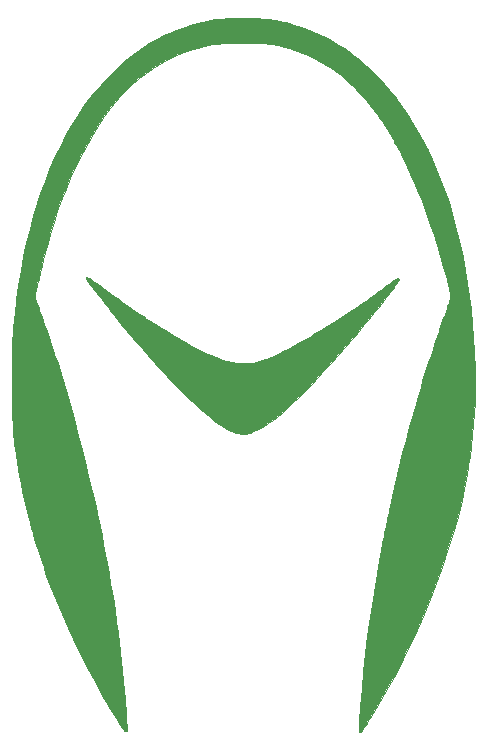
<source format=gbr>
G04 #@! TF.GenerationSoftware,KiCad,Pcbnew,5.1.5-52549c5~86~ubuntu18.04.1*
G04 #@! TF.CreationDate,2020-04-16T18:44:58-06:00*
G04 #@! TF.ProjectId,001,3030312e-6b69-4636-9164-5f7063625858,rev?*
G04 #@! TF.SameCoordinates,Original*
G04 #@! TF.FileFunction,Soldermask,Top*
G04 #@! TF.FilePolarity,Negative*
%FSLAX46Y46*%
G04 Gerber Fmt 4.6, Leading zero omitted, Abs format (unit mm)*
G04 Created by KiCad (PCBNEW 5.1.5-52549c5~86~ubuntu18.04.1) date 2020-04-16 18:44:58*
%MOMM*%
%LPD*%
G04 APERTURE LIST*
%ADD10C,0.010000*%
G04 APERTURE END LIST*
D10*
G36*
X154469208Y-71391632D02*
G01*
X154749909Y-71394398D01*
X155111566Y-71400550D01*
X155437072Y-71409444D01*
X155732553Y-71421611D01*
X156004134Y-71437582D01*
X156257941Y-71457888D01*
X156500098Y-71483059D01*
X156736732Y-71513628D01*
X156973966Y-71550125D01*
X157217927Y-71593080D01*
X157363993Y-71620981D01*
X158046752Y-71770084D01*
X158707517Y-71946437D01*
X159353855Y-72152624D01*
X159993330Y-72391228D01*
X160633510Y-72664833D01*
X161173993Y-72921935D01*
X161836431Y-73270432D01*
X162478170Y-73647889D01*
X163103815Y-74057376D01*
X163717973Y-74501964D01*
X164325248Y-74984723D01*
X164539493Y-75165390D01*
X164754228Y-75354484D01*
X164989034Y-75570775D01*
X165237838Y-75808160D01*
X165494571Y-76060534D01*
X165753164Y-76321796D01*
X166007546Y-76585843D01*
X166251647Y-76846570D01*
X166479398Y-77097875D01*
X166613871Y-77251061D01*
X166704818Y-77355929D01*
X166796443Y-77461182D01*
X166880957Y-77557898D01*
X166950567Y-77637152D01*
X166983523Y-77674394D01*
X167074016Y-77778835D01*
X167172055Y-77897530D01*
X167281779Y-78035690D01*
X167407331Y-78198526D01*
X167547028Y-78383477D01*
X167986742Y-78994549D01*
X168419371Y-79644347D01*
X168843345Y-80329625D01*
X169257089Y-81047136D01*
X169659031Y-81793633D01*
X170047599Y-82565870D01*
X170421219Y-83360601D01*
X170778319Y-84174578D01*
X171117325Y-85004554D01*
X171436666Y-85847284D01*
X171734769Y-86699520D01*
X172010060Y-87558016D01*
X172041532Y-87661452D01*
X172320295Y-88628030D01*
X172577496Y-89614028D01*
X172813429Y-90621282D01*
X173028384Y-91651624D01*
X173222653Y-92706891D01*
X173396529Y-93788915D01*
X173550303Y-94899532D01*
X173684266Y-96040576D01*
X173798711Y-97213880D01*
X173893929Y-98421280D01*
X173970212Y-99664609D01*
X173979642Y-99846477D01*
X174023499Y-100894620D01*
X174046876Y-101910640D01*
X174049556Y-102899586D01*
X174031321Y-103866504D01*
X173991951Y-104816443D01*
X173931229Y-105754450D01*
X173848937Y-106685572D01*
X173744855Y-107614857D01*
X173618767Y-108547354D01*
X173596993Y-108694144D01*
X173384022Y-109984111D01*
X173130965Y-111284540D01*
X172838364Y-112593995D01*
X172506759Y-113911035D01*
X172136691Y-115234224D01*
X171728701Y-116562121D01*
X171283329Y-117893290D01*
X170801116Y-119226291D01*
X170282603Y-120559685D01*
X169728330Y-121892036D01*
X169138839Y-123221903D01*
X168514669Y-124547850D01*
X167856362Y-125868436D01*
X167164458Y-127182224D01*
X166439499Y-128487775D01*
X165682024Y-129783652D01*
X165648426Y-129839644D01*
X165523937Y-130046167D01*
X165396914Y-130255561D01*
X165269323Y-130464676D01*
X165143132Y-130670367D01*
X165020306Y-130869487D01*
X164902815Y-131058888D01*
X164792624Y-131235423D01*
X164691701Y-131395947D01*
X164602013Y-131537310D01*
X164525527Y-131656367D01*
X164464210Y-131749971D01*
X164420029Y-131814974D01*
X164394951Y-131848230D01*
X164390569Y-131851978D01*
X164358043Y-131849089D01*
X164305918Y-131836009D01*
X164299888Y-131834128D01*
X164229617Y-131811755D01*
X164241832Y-131661783D01*
X164246806Y-131592670D01*
X164253272Y-131490961D01*
X164260653Y-131366344D01*
X164268377Y-131228505D01*
X164275800Y-131088477D01*
X164361577Y-129645608D01*
X164471560Y-128186315D01*
X164605994Y-126708629D01*
X164765124Y-125210580D01*
X164949197Y-123690201D01*
X165158457Y-122145522D01*
X165393151Y-120574575D01*
X165653524Y-118975391D01*
X165939821Y-117346002D01*
X166095538Y-116504644D01*
X166136085Y-116290892D01*
X166180897Y-116057724D01*
X166229020Y-115809891D01*
X166279500Y-115552147D01*
X166331384Y-115289245D01*
X166383716Y-115025938D01*
X166435544Y-114766978D01*
X166485912Y-114517118D01*
X166533868Y-114281112D01*
X166578456Y-114063713D01*
X166618723Y-113869672D01*
X166653715Y-113703744D01*
X166682478Y-113570680D01*
X166700985Y-113488394D01*
X166719417Y-113407458D01*
X166744972Y-113293248D01*
X166775859Y-113153872D01*
X166810289Y-112997442D01*
X166846469Y-112832067D01*
X166880957Y-112673477D01*
X167135644Y-111519636D01*
X167392660Y-110398204D01*
X167654486Y-109299255D01*
X167923605Y-108212866D01*
X168202499Y-107129111D01*
X168493649Y-106038067D01*
X168799537Y-104929808D01*
X168955931Y-104376144D01*
X169128065Y-103775206D01*
X169293762Y-103205499D01*
X169455591Y-102658719D01*
X169616119Y-102126562D01*
X169777915Y-101600724D01*
X169943547Y-101072901D01*
X170115583Y-100534788D01*
X170296591Y-99978083D01*
X170489138Y-99394481D01*
X170592386Y-99084477D01*
X170677199Y-98830982D01*
X170755931Y-98596716D01*
X170830380Y-98376512D01*
X170902347Y-98165209D01*
X170973632Y-97957641D01*
X171046033Y-97748644D01*
X171121353Y-97533055D01*
X171201389Y-97305709D01*
X171287943Y-97061442D01*
X171382814Y-96795090D01*
X171487802Y-96501489D01*
X171604706Y-96175475D01*
X171658601Y-96025391D01*
X171731107Y-95821088D01*
X171789446Y-95649785D01*
X171835078Y-95505140D01*
X171869464Y-95380810D01*
X171894064Y-95270451D01*
X171910338Y-95167720D01*
X171919747Y-95066276D01*
X171923750Y-94959774D01*
X171924082Y-94872311D01*
X171923016Y-94791638D01*
X171920409Y-94714700D01*
X171915560Y-94638467D01*
X171907765Y-94559907D01*
X171896325Y-94475989D01*
X171880535Y-94383682D01*
X171859695Y-94279955D01*
X171833103Y-94161777D01*
X171800057Y-94026117D01*
X171759854Y-93869943D01*
X171711794Y-93690224D01*
X171655173Y-93483930D01*
X171589291Y-93248030D01*
X171513445Y-92979491D01*
X171426933Y-92675284D01*
X171365313Y-92459311D01*
X171093094Y-91523322D01*
X170822209Y-90627060D01*
X170551748Y-89767980D01*
X170280804Y-88943536D01*
X170008469Y-88151180D01*
X169733834Y-87388367D01*
X169455991Y-86652550D01*
X169174031Y-85941184D01*
X168887047Y-85251721D01*
X168594130Y-84581616D01*
X168413853Y-84184963D01*
X168312564Y-83968842D01*
X168197644Y-83729703D01*
X168072922Y-83475111D01*
X167942225Y-83212636D01*
X167809385Y-82949843D01*
X167678229Y-82694300D01*
X167552586Y-82453575D01*
X167436286Y-82235233D01*
X167333158Y-82046844D01*
X167320468Y-82024144D01*
X167246761Y-81892250D01*
X167175028Y-81763099D01*
X167109597Y-81644546D01*
X167054798Y-81544442D01*
X167014960Y-81470642D01*
X167005438Y-81452644D01*
X166940380Y-81334542D01*
X166854347Y-81187571D01*
X166750942Y-81017334D01*
X166633766Y-80829431D01*
X166506419Y-80629464D01*
X166372505Y-80423035D01*
X166235622Y-80215744D01*
X166099374Y-80013194D01*
X165967362Y-79820985D01*
X165843186Y-79644719D01*
X165841880Y-79642894D01*
X165357537Y-78994155D01*
X164855334Y-78376164D01*
X164336997Y-77790689D01*
X163804250Y-77239497D01*
X163258817Y-76724356D01*
X162702423Y-76247034D01*
X162136792Y-75809298D01*
X162016857Y-75722468D01*
X161453422Y-75342404D01*
X160873786Y-74997190D01*
X160275445Y-74685716D01*
X159655895Y-74406875D01*
X159012631Y-74159559D01*
X158343148Y-73942660D01*
X157644943Y-73755071D01*
X157482464Y-73716518D01*
X157331191Y-73681963D01*
X157192663Y-73651759D01*
X157062808Y-73625588D01*
X156937555Y-73603130D01*
X156812832Y-73584063D01*
X156684568Y-73568070D01*
X156548692Y-73554828D01*
X156401132Y-73544019D01*
X156237818Y-73535321D01*
X156054677Y-73528416D01*
X155847639Y-73522983D01*
X155612632Y-73518702D01*
X155345585Y-73515253D01*
X155042427Y-73512316D01*
X154866326Y-73510862D01*
X154443001Y-73508195D01*
X154058472Y-73507418D01*
X153709231Y-73508805D01*
X153391770Y-73512628D01*
X153102584Y-73519162D01*
X152838165Y-73528679D01*
X152595005Y-73541455D01*
X152369598Y-73557761D01*
X152158436Y-73577872D01*
X151958013Y-73602062D01*
X151764820Y-73630603D01*
X151575352Y-73663769D01*
X151386100Y-73701834D01*
X151193558Y-73745072D01*
X150994219Y-73793756D01*
X150886993Y-73821241D01*
X150149904Y-74032233D01*
X149437628Y-74275944D01*
X148749051Y-74553085D01*
X148083058Y-74864368D01*
X147438536Y-75210504D01*
X146814370Y-75592204D01*
X146209446Y-76010178D01*
X145622651Y-76465138D01*
X145052869Y-76957795D01*
X144498987Y-77488859D01*
X143959891Y-78059043D01*
X143598153Y-78473051D01*
X143129205Y-79052016D01*
X142668443Y-79671674D01*
X142216427Y-80331076D01*
X141773717Y-81029273D01*
X141340873Y-81765319D01*
X140918455Y-82538263D01*
X140507023Y-83347159D01*
X140107136Y-84191058D01*
X139758781Y-84976894D01*
X139395413Y-85854819D01*
X139046551Y-86763289D01*
X138711683Y-87703887D01*
X138390296Y-88678196D01*
X138081878Y-89687798D01*
X137785917Y-90734277D01*
X137501900Y-91819215D01*
X137364685Y-92374644D01*
X137330311Y-92517874D01*
X137291233Y-92683095D01*
X137248396Y-92866123D01*
X137202745Y-93062777D01*
X137155225Y-93268875D01*
X137106782Y-93480234D01*
X137058360Y-93692672D01*
X137010905Y-93902006D01*
X136965361Y-94104056D01*
X136922674Y-94294637D01*
X136883790Y-94469569D01*
X136849652Y-94624669D01*
X136821206Y-94755755D01*
X136799398Y-94858644D01*
X136785173Y-94929155D01*
X136779475Y-94963104D01*
X136779409Y-94964499D01*
X136786460Y-94992119D01*
X136806724Y-95055682D01*
X136838874Y-95151371D01*
X136881578Y-95275373D01*
X136933508Y-95423872D01*
X136993334Y-95593054D01*
X137059725Y-95779104D01*
X137131353Y-95978207D01*
X137169274Y-96083003D01*
X137393101Y-96704032D01*
X137602903Y-97294158D01*
X137801351Y-97861383D01*
X137991118Y-98413705D01*
X138174874Y-98959126D01*
X138355291Y-99505645D01*
X138535040Y-100061261D01*
X138716793Y-100633976D01*
X138903221Y-101231788D01*
X139072731Y-101783227D01*
X139413771Y-102918514D01*
X139747383Y-104068163D01*
X140074400Y-105235403D01*
X140395654Y-106423462D01*
X140711979Y-107635568D01*
X141024207Y-108874952D01*
X141333171Y-110144841D01*
X141639704Y-111448464D01*
X141944639Y-112789050D01*
X142146391Y-113700061D01*
X142299898Y-114416439D01*
X142454269Y-115167719D01*
X142608343Y-115947216D01*
X142760963Y-116748245D01*
X142910968Y-117564122D01*
X143057199Y-118388161D01*
X143198497Y-119213678D01*
X143333702Y-120033987D01*
X143461656Y-120842404D01*
X143581199Y-121632243D01*
X143691173Y-122396820D01*
X143790416Y-123129450D01*
X143816501Y-123330894D01*
X143860225Y-123679111D01*
X143904403Y-124044096D01*
X143948827Y-124423504D01*
X143993291Y-124814990D01*
X144037586Y-125216210D01*
X144081506Y-125624820D01*
X144124842Y-126038474D01*
X144167388Y-126454830D01*
X144208936Y-126871541D01*
X144249279Y-127286264D01*
X144288208Y-127696654D01*
X144325518Y-128100366D01*
X144361000Y-128495057D01*
X144394447Y-128878381D01*
X144425651Y-129247994D01*
X144454406Y-129601552D01*
X144480503Y-129936711D01*
X144503735Y-130251124D01*
X144523896Y-130542449D01*
X144540776Y-130808341D01*
X144554170Y-131046455D01*
X144563870Y-131254447D01*
X144569667Y-131429972D01*
X144571355Y-131570685D01*
X144568727Y-131674243D01*
X144561574Y-131738301D01*
X144560659Y-131742221D01*
X144546050Y-131780217D01*
X144518729Y-131794473D01*
X144467707Y-131793504D01*
X144428665Y-131787328D01*
X144395735Y-131771680D01*
X144361104Y-131739726D01*
X144316958Y-131684631D01*
X144271146Y-131621550D01*
X144181834Y-131492512D01*
X144074261Y-131330367D01*
X143950789Y-131138976D01*
X143813779Y-130922205D01*
X143665592Y-130683915D01*
X143508587Y-130427972D01*
X143345127Y-130158237D01*
X143177571Y-129878575D01*
X143008281Y-129592849D01*
X142839618Y-129304922D01*
X142673942Y-129018658D01*
X142574389Y-128844811D01*
X141931922Y-127693394D01*
X141309939Y-126529167D01*
X140710438Y-125356416D01*
X140135415Y-124179426D01*
X139586869Y-123002486D01*
X139066797Y-121829881D01*
X138577197Y-120665898D01*
X138120068Y-119514824D01*
X137697406Y-118380945D01*
X137696307Y-118377894D01*
X137532395Y-117915158D01*
X137368406Y-117437682D01*
X137206070Y-116951079D01*
X137047116Y-116460964D01*
X136893273Y-115972950D01*
X136746271Y-115492653D01*
X136607840Y-115025686D01*
X136479709Y-114577664D01*
X136363607Y-114154201D01*
X136261265Y-113760911D01*
X136209630Y-113551894D01*
X136035406Y-112817818D01*
X135875856Y-112118024D01*
X135729999Y-111447461D01*
X135596852Y-110801079D01*
X135475433Y-110173826D01*
X135364762Y-109560654D01*
X135263856Y-108956510D01*
X135171733Y-108356344D01*
X135097821Y-107832433D01*
X135052867Y-107470757D01*
X135012263Y-107081075D01*
X134975951Y-106662049D01*
X134943874Y-106212337D01*
X134915974Y-105730599D01*
X134892193Y-105215493D01*
X134872474Y-104665681D01*
X134856758Y-104079821D01*
X134844988Y-103456572D01*
X134837105Y-102794594D01*
X134833053Y-102092547D01*
X134832435Y-101677394D01*
X134833229Y-101190294D01*
X134835819Y-100740312D01*
X134840452Y-100322260D01*
X134847375Y-99930949D01*
X134856833Y-99561194D01*
X134869074Y-99207805D01*
X134884343Y-98865596D01*
X134902887Y-98529379D01*
X134924951Y-98193967D01*
X134950784Y-97854171D01*
X134980630Y-97504804D01*
X135014737Y-97140680D01*
X135053351Y-96756609D01*
X135076715Y-96533894D01*
X135226892Y-95255108D01*
X135402729Y-94003103D01*
X135604039Y-92778383D01*
X135830632Y-91581451D01*
X136082320Y-90412814D01*
X136358915Y-89272974D01*
X136660228Y-88162437D01*
X136986071Y-87081707D01*
X137336256Y-86031288D01*
X137710593Y-85011686D01*
X138108895Y-84023404D01*
X138530973Y-83066946D01*
X138976639Y-82142819D01*
X139445703Y-81251525D01*
X139937979Y-80393569D01*
X140453276Y-79569456D01*
X140991407Y-78779690D01*
X141552184Y-78024776D01*
X142135417Y-77305219D01*
X142355176Y-77049977D01*
X142896210Y-76457294D01*
X143458738Y-75890461D01*
X144040048Y-75351624D01*
X144637426Y-74842930D01*
X145248161Y-74366526D01*
X145869538Y-73924558D01*
X146498847Y-73519174D01*
X147133375Y-73152520D01*
X147563826Y-72927724D01*
X147876029Y-72779437D01*
X148218948Y-72630488D01*
X148586585Y-72482757D01*
X148972940Y-72338120D01*
X149372014Y-72198456D01*
X149777806Y-72065644D01*
X150184318Y-71941562D01*
X150585550Y-71828087D01*
X150975502Y-71727099D01*
X151348175Y-71640475D01*
X151697570Y-71570093D01*
X152017687Y-71517832D01*
X152104076Y-71506348D01*
X152403445Y-71472065D01*
X152705859Y-71444161D01*
X153017192Y-71422389D01*
X153343319Y-71406498D01*
X153690114Y-71396240D01*
X154063452Y-71391368D01*
X154469208Y-71391632D01*
G37*
X154469208Y-71391632D02*
X154749909Y-71394398D01*
X155111566Y-71400550D01*
X155437072Y-71409444D01*
X155732553Y-71421611D01*
X156004134Y-71437582D01*
X156257941Y-71457888D01*
X156500098Y-71483059D01*
X156736732Y-71513628D01*
X156973966Y-71550125D01*
X157217927Y-71593080D01*
X157363993Y-71620981D01*
X158046752Y-71770084D01*
X158707517Y-71946437D01*
X159353855Y-72152624D01*
X159993330Y-72391228D01*
X160633510Y-72664833D01*
X161173993Y-72921935D01*
X161836431Y-73270432D01*
X162478170Y-73647889D01*
X163103815Y-74057376D01*
X163717973Y-74501964D01*
X164325248Y-74984723D01*
X164539493Y-75165390D01*
X164754228Y-75354484D01*
X164989034Y-75570775D01*
X165237838Y-75808160D01*
X165494571Y-76060534D01*
X165753164Y-76321796D01*
X166007546Y-76585843D01*
X166251647Y-76846570D01*
X166479398Y-77097875D01*
X166613871Y-77251061D01*
X166704818Y-77355929D01*
X166796443Y-77461182D01*
X166880957Y-77557898D01*
X166950567Y-77637152D01*
X166983523Y-77674394D01*
X167074016Y-77778835D01*
X167172055Y-77897530D01*
X167281779Y-78035690D01*
X167407331Y-78198526D01*
X167547028Y-78383477D01*
X167986742Y-78994549D01*
X168419371Y-79644347D01*
X168843345Y-80329625D01*
X169257089Y-81047136D01*
X169659031Y-81793633D01*
X170047599Y-82565870D01*
X170421219Y-83360601D01*
X170778319Y-84174578D01*
X171117325Y-85004554D01*
X171436666Y-85847284D01*
X171734769Y-86699520D01*
X172010060Y-87558016D01*
X172041532Y-87661452D01*
X172320295Y-88628030D01*
X172577496Y-89614028D01*
X172813429Y-90621282D01*
X173028384Y-91651624D01*
X173222653Y-92706891D01*
X173396529Y-93788915D01*
X173550303Y-94899532D01*
X173684266Y-96040576D01*
X173798711Y-97213880D01*
X173893929Y-98421280D01*
X173970212Y-99664609D01*
X173979642Y-99846477D01*
X174023499Y-100894620D01*
X174046876Y-101910640D01*
X174049556Y-102899586D01*
X174031321Y-103866504D01*
X173991951Y-104816443D01*
X173931229Y-105754450D01*
X173848937Y-106685572D01*
X173744855Y-107614857D01*
X173618767Y-108547354D01*
X173596993Y-108694144D01*
X173384022Y-109984111D01*
X173130965Y-111284540D01*
X172838364Y-112593995D01*
X172506759Y-113911035D01*
X172136691Y-115234224D01*
X171728701Y-116562121D01*
X171283329Y-117893290D01*
X170801116Y-119226291D01*
X170282603Y-120559685D01*
X169728330Y-121892036D01*
X169138839Y-123221903D01*
X168514669Y-124547850D01*
X167856362Y-125868436D01*
X167164458Y-127182224D01*
X166439499Y-128487775D01*
X165682024Y-129783652D01*
X165648426Y-129839644D01*
X165523937Y-130046167D01*
X165396914Y-130255561D01*
X165269323Y-130464676D01*
X165143132Y-130670367D01*
X165020306Y-130869487D01*
X164902815Y-131058888D01*
X164792624Y-131235423D01*
X164691701Y-131395947D01*
X164602013Y-131537310D01*
X164525527Y-131656367D01*
X164464210Y-131749971D01*
X164420029Y-131814974D01*
X164394951Y-131848230D01*
X164390569Y-131851978D01*
X164358043Y-131849089D01*
X164305918Y-131836009D01*
X164299888Y-131834128D01*
X164229617Y-131811755D01*
X164241832Y-131661783D01*
X164246806Y-131592670D01*
X164253272Y-131490961D01*
X164260653Y-131366344D01*
X164268377Y-131228505D01*
X164275800Y-131088477D01*
X164361577Y-129645608D01*
X164471560Y-128186315D01*
X164605994Y-126708629D01*
X164765124Y-125210580D01*
X164949197Y-123690201D01*
X165158457Y-122145522D01*
X165393151Y-120574575D01*
X165653524Y-118975391D01*
X165939821Y-117346002D01*
X166095538Y-116504644D01*
X166136085Y-116290892D01*
X166180897Y-116057724D01*
X166229020Y-115809891D01*
X166279500Y-115552147D01*
X166331384Y-115289245D01*
X166383716Y-115025938D01*
X166435544Y-114766978D01*
X166485912Y-114517118D01*
X166533868Y-114281112D01*
X166578456Y-114063713D01*
X166618723Y-113869672D01*
X166653715Y-113703744D01*
X166682478Y-113570680D01*
X166700985Y-113488394D01*
X166719417Y-113407458D01*
X166744972Y-113293248D01*
X166775859Y-113153872D01*
X166810289Y-112997442D01*
X166846469Y-112832067D01*
X166880957Y-112673477D01*
X167135644Y-111519636D01*
X167392660Y-110398204D01*
X167654486Y-109299255D01*
X167923605Y-108212866D01*
X168202499Y-107129111D01*
X168493649Y-106038067D01*
X168799537Y-104929808D01*
X168955931Y-104376144D01*
X169128065Y-103775206D01*
X169293762Y-103205499D01*
X169455591Y-102658719D01*
X169616119Y-102126562D01*
X169777915Y-101600724D01*
X169943547Y-101072901D01*
X170115583Y-100534788D01*
X170296591Y-99978083D01*
X170489138Y-99394481D01*
X170592386Y-99084477D01*
X170677199Y-98830982D01*
X170755931Y-98596716D01*
X170830380Y-98376512D01*
X170902347Y-98165209D01*
X170973632Y-97957641D01*
X171046033Y-97748644D01*
X171121353Y-97533055D01*
X171201389Y-97305709D01*
X171287943Y-97061442D01*
X171382814Y-96795090D01*
X171487802Y-96501489D01*
X171604706Y-96175475D01*
X171658601Y-96025391D01*
X171731107Y-95821088D01*
X171789446Y-95649785D01*
X171835078Y-95505140D01*
X171869464Y-95380810D01*
X171894064Y-95270451D01*
X171910338Y-95167720D01*
X171919747Y-95066276D01*
X171923750Y-94959774D01*
X171924082Y-94872311D01*
X171923016Y-94791638D01*
X171920409Y-94714700D01*
X171915560Y-94638467D01*
X171907765Y-94559907D01*
X171896325Y-94475989D01*
X171880535Y-94383682D01*
X171859695Y-94279955D01*
X171833103Y-94161777D01*
X171800057Y-94026117D01*
X171759854Y-93869943D01*
X171711794Y-93690224D01*
X171655173Y-93483930D01*
X171589291Y-93248030D01*
X171513445Y-92979491D01*
X171426933Y-92675284D01*
X171365313Y-92459311D01*
X171093094Y-91523322D01*
X170822209Y-90627060D01*
X170551748Y-89767980D01*
X170280804Y-88943536D01*
X170008469Y-88151180D01*
X169733834Y-87388367D01*
X169455991Y-86652550D01*
X169174031Y-85941184D01*
X168887047Y-85251721D01*
X168594130Y-84581616D01*
X168413853Y-84184963D01*
X168312564Y-83968842D01*
X168197644Y-83729703D01*
X168072922Y-83475111D01*
X167942225Y-83212636D01*
X167809385Y-82949843D01*
X167678229Y-82694300D01*
X167552586Y-82453575D01*
X167436286Y-82235233D01*
X167333158Y-82046844D01*
X167320468Y-82024144D01*
X167246761Y-81892250D01*
X167175028Y-81763099D01*
X167109597Y-81644546D01*
X167054798Y-81544442D01*
X167014960Y-81470642D01*
X167005438Y-81452644D01*
X166940380Y-81334542D01*
X166854347Y-81187571D01*
X166750942Y-81017334D01*
X166633766Y-80829431D01*
X166506419Y-80629464D01*
X166372505Y-80423035D01*
X166235622Y-80215744D01*
X166099374Y-80013194D01*
X165967362Y-79820985D01*
X165843186Y-79644719D01*
X165841880Y-79642894D01*
X165357537Y-78994155D01*
X164855334Y-78376164D01*
X164336997Y-77790689D01*
X163804250Y-77239497D01*
X163258817Y-76724356D01*
X162702423Y-76247034D01*
X162136792Y-75809298D01*
X162016857Y-75722468D01*
X161453422Y-75342404D01*
X160873786Y-74997190D01*
X160275445Y-74685716D01*
X159655895Y-74406875D01*
X159012631Y-74159559D01*
X158343148Y-73942660D01*
X157644943Y-73755071D01*
X157482464Y-73716518D01*
X157331191Y-73681963D01*
X157192663Y-73651759D01*
X157062808Y-73625588D01*
X156937555Y-73603130D01*
X156812832Y-73584063D01*
X156684568Y-73568070D01*
X156548692Y-73554828D01*
X156401132Y-73544019D01*
X156237818Y-73535321D01*
X156054677Y-73528416D01*
X155847639Y-73522983D01*
X155612632Y-73518702D01*
X155345585Y-73515253D01*
X155042427Y-73512316D01*
X154866326Y-73510862D01*
X154443001Y-73508195D01*
X154058472Y-73507418D01*
X153709231Y-73508805D01*
X153391770Y-73512628D01*
X153102584Y-73519162D01*
X152838165Y-73528679D01*
X152595005Y-73541455D01*
X152369598Y-73557761D01*
X152158436Y-73577872D01*
X151958013Y-73602062D01*
X151764820Y-73630603D01*
X151575352Y-73663769D01*
X151386100Y-73701834D01*
X151193558Y-73745072D01*
X150994219Y-73793756D01*
X150886993Y-73821241D01*
X150149904Y-74032233D01*
X149437628Y-74275944D01*
X148749051Y-74553085D01*
X148083058Y-74864368D01*
X147438536Y-75210504D01*
X146814370Y-75592204D01*
X146209446Y-76010178D01*
X145622651Y-76465138D01*
X145052869Y-76957795D01*
X144498987Y-77488859D01*
X143959891Y-78059043D01*
X143598153Y-78473051D01*
X143129205Y-79052016D01*
X142668443Y-79671674D01*
X142216427Y-80331076D01*
X141773717Y-81029273D01*
X141340873Y-81765319D01*
X140918455Y-82538263D01*
X140507023Y-83347159D01*
X140107136Y-84191058D01*
X139758781Y-84976894D01*
X139395413Y-85854819D01*
X139046551Y-86763289D01*
X138711683Y-87703887D01*
X138390296Y-88678196D01*
X138081878Y-89687798D01*
X137785917Y-90734277D01*
X137501900Y-91819215D01*
X137364685Y-92374644D01*
X137330311Y-92517874D01*
X137291233Y-92683095D01*
X137248396Y-92866123D01*
X137202745Y-93062777D01*
X137155225Y-93268875D01*
X137106782Y-93480234D01*
X137058360Y-93692672D01*
X137010905Y-93902006D01*
X136965361Y-94104056D01*
X136922674Y-94294637D01*
X136883790Y-94469569D01*
X136849652Y-94624669D01*
X136821206Y-94755755D01*
X136799398Y-94858644D01*
X136785173Y-94929155D01*
X136779475Y-94963104D01*
X136779409Y-94964499D01*
X136786460Y-94992119D01*
X136806724Y-95055682D01*
X136838874Y-95151371D01*
X136881578Y-95275373D01*
X136933508Y-95423872D01*
X136993334Y-95593054D01*
X137059725Y-95779104D01*
X137131353Y-95978207D01*
X137169274Y-96083003D01*
X137393101Y-96704032D01*
X137602903Y-97294158D01*
X137801351Y-97861383D01*
X137991118Y-98413705D01*
X138174874Y-98959126D01*
X138355291Y-99505645D01*
X138535040Y-100061261D01*
X138716793Y-100633976D01*
X138903221Y-101231788D01*
X139072731Y-101783227D01*
X139413771Y-102918514D01*
X139747383Y-104068163D01*
X140074400Y-105235403D01*
X140395654Y-106423462D01*
X140711979Y-107635568D01*
X141024207Y-108874952D01*
X141333171Y-110144841D01*
X141639704Y-111448464D01*
X141944639Y-112789050D01*
X142146391Y-113700061D01*
X142299898Y-114416439D01*
X142454269Y-115167719D01*
X142608343Y-115947216D01*
X142760963Y-116748245D01*
X142910968Y-117564122D01*
X143057199Y-118388161D01*
X143198497Y-119213678D01*
X143333702Y-120033987D01*
X143461656Y-120842404D01*
X143581199Y-121632243D01*
X143691173Y-122396820D01*
X143790416Y-123129450D01*
X143816501Y-123330894D01*
X143860225Y-123679111D01*
X143904403Y-124044096D01*
X143948827Y-124423504D01*
X143993291Y-124814990D01*
X144037586Y-125216210D01*
X144081506Y-125624820D01*
X144124842Y-126038474D01*
X144167388Y-126454830D01*
X144208936Y-126871541D01*
X144249279Y-127286264D01*
X144288208Y-127696654D01*
X144325518Y-128100366D01*
X144361000Y-128495057D01*
X144394447Y-128878381D01*
X144425651Y-129247994D01*
X144454406Y-129601552D01*
X144480503Y-129936711D01*
X144503735Y-130251124D01*
X144523896Y-130542449D01*
X144540776Y-130808341D01*
X144554170Y-131046455D01*
X144563870Y-131254447D01*
X144569667Y-131429972D01*
X144571355Y-131570685D01*
X144568727Y-131674243D01*
X144561574Y-131738301D01*
X144560659Y-131742221D01*
X144546050Y-131780217D01*
X144518729Y-131794473D01*
X144467707Y-131793504D01*
X144428665Y-131787328D01*
X144395735Y-131771680D01*
X144361104Y-131739726D01*
X144316958Y-131684631D01*
X144271146Y-131621550D01*
X144181834Y-131492512D01*
X144074261Y-131330367D01*
X143950789Y-131138976D01*
X143813779Y-130922205D01*
X143665592Y-130683915D01*
X143508587Y-130427972D01*
X143345127Y-130158237D01*
X143177571Y-129878575D01*
X143008281Y-129592849D01*
X142839618Y-129304922D01*
X142673942Y-129018658D01*
X142574389Y-128844811D01*
X141931922Y-127693394D01*
X141309939Y-126529167D01*
X140710438Y-125356416D01*
X140135415Y-124179426D01*
X139586869Y-123002486D01*
X139066797Y-121829881D01*
X138577197Y-120665898D01*
X138120068Y-119514824D01*
X137697406Y-118380945D01*
X137696307Y-118377894D01*
X137532395Y-117915158D01*
X137368406Y-117437682D01*
X137206070Y-116951079D01*
X137047116Y-116460964D01*
X136893273Y-115972950D01*
X136746271Y-115492653D01*
X136607840Y-115025686D01*
X136479709Y-114577664D01*
X136363607Y-114154201D01*
X136261265Y-113760911D01*
X136209630Y-113551894D01*
X136035406Y-112817818D01*
X135875856Y-112118024D01*
X135729999Y-111447461D01*
X135596852Y-110801079D01*
X135475433Y-110173826D01*
X135364762Y-109560654D01*
X135263856Y-108956510D01*
X135171733Y-108356344D01*
X135097821Y-107832433D01*
X135052867Y-107470757D01*
X135012263Y-107081075D01*
X134975951Y-106662049D01*
X134943874Y-106212337D01*
X134915974Y-105730599D01*
X134892193Y-105215493D01*
X134872474Y-104665681D01*
X134856758Y-104079821D01*
X134844988Y-103456572D01*
X134837105Y-102794594D01*
X134833053Y-102092547D01*
X134832435Y-101677394D01*
X134833229Y-101190294D01*
X134835819Y-100740312D01*
X134840452Y-100322260D01*
X134847375Y-99930949D01*
X134856833Y-99561194D01*
X134869074Y-99207805D01*
X134884343Y-98865596D01*
X134902887Y-98529379D01*
X134924951Y-98193967D01*
X134950784Y-97854171D01*
X134980630Y-97504804D01*
X135014737Y-97140680D01*
X135053351Y-96756609D01*
X135076715Y-96533894D01*
X135226892Y-95255108D01*
X135402729Y-94003103D01*
X135604039Y-92778383D01*
X135830632Y-91581451D01*
X136082320Y-90412814D01*
X136358915Y-89272974D01*
X136660228Y-88162437D01*
X136986071Y-87081707D01*
X137336256Y-86031288D01*
X137710593Y-85011686D01*
X138108895Y-84023404D01*
X138530973Y-83066946D01*
X138976639Y-82142819D01*
X139445703Y-81251525D01*
X139937979Y-80393569D01*
X140453276Y-79569456D01*
X140991407Y-78779690D01*
X141552184Y-78024776D01*
X142135417Y-77305219D01*
X142355176Y-77049977D01*
X142896210Y-76457294D01*
X143458738Y-75890461D01*
X144040048Y-75351624D01*
X144637426Y-74842930D01*
X145248161Y-74366526D01*
X145869538Y-73924558D01*
X146498847Y-73519174D01*
X147133375Y-73152520D01*
X147563826Y-72927724D01*
X147876029Y-72779437D01*
X148218948Y-72630488D01*
X148586585Y-72482757D01*
X148972940Y-72338120D01*
X149372014Y-72198456D01*
X149777806Y-72065644D01*
X150184318Y-71941562D01*
X150585550Y-71828087D01*
X150975502Y-71727099D01*
X151348175Y-71640475D01*
X151697570Y-71570093D01*
X152017687Y-71517832D01*
X152104076Y-71506348D01*
X152403445Y-71472065D01*
X152705859Y-71444161D01*
X153017192Y-71422389D01*
X153343319Y-71406498D01*
X153690114Y-71396240D01*
X154063452Y-71391368D01*
X154469208Y-71391632D01*
G36*
X141231323Y-93350202D02*
G01*
X141299461Y-93386186D01*
X141394661Y-93443516D01*
X141513620Y-93520030D01*
X141653039Y-93613567D01*
X141809616Y-93721963D01*
X141980052Y-93843057D01*
X142120766Y-93945137D01*
X142525789Y-94241078D01*
X142900724Y-94514001D01*
X143249214Y-94766462D01*
X143574902Y-95001023D01*
X143881433Y-95220241D01*
X144172449Y-95426675D01*
X144451594Y-95622885D01*
X144722511Y-95811431D01*
X144988845Y-95994870D01*
X145254238Y-96175761D01*
X145522334Y-96356665D01*
X145796776Y-96540140D01*
X146081209Y-96728745D01*
X146127407Y-96759251D01*
X146750473Y-97165212D01*
X147364020Y-97554533D01*
X147966093Y-97926140D01*
X148554736Y-98278958D01*
X149127996Y-98611912D01*
X149683918Y-98923926D01*
X150220546Y-99213927D01*
X150735927Y-99480840D01*
X151228105Y-99723588D01*
X151695126Y-99941099D01*
X152135035Y-100132296D01*
X152545878Y-100296105D01*
X152588192Y-100312024D01*
X153026587Y-100453600D01*
X153476226Y-100555513D01*
X153933331Y-100617591D01*
X154394125Y-100639663D01*
X154854828Y-100621557D01*
X155311663Y-100563101D01*
X155760852Y-100464122D01*
X155785326Y-100457481D01*
X156045763Y-100377783D01*
X156337640Y-100273202D01*
X156658978Y-100144840D01*
X157007797Y-99993800D01*
X157382118Y-99821184D01*
X157779961Y-99628094D01*
X158199348Y-99415633D01*
X158638299Y-99184904D01*
X159094835Y-98937009D01*
X159566976Y-98673050D01*
X160052744Y-98394130D01*
X160550158Y-98101351D01*
X161057239Y-97795816D01*
X161572009Y-97478627D01*
X162092487Y-97150887D01*
X162616694Y-96813698D01*
X163142652Y-96468162D01*
X163668381Y-96115383D01*
X164052659Y-95852687D01*
X164223151Y-95734546D01*
X164410000Y-95603884D01*
X164610003Y-95463021D01*
X164819959Y-95314277D01*
X165036663Y-95159972D01*
X165256914Y-95002425D01*
X165477508Y-94843957D01*
X165695243Y-94686887D01*
X165906916Y-94533536D01*
X166109325Y-94386223D01*
X166299265Y-94247268D01*
X166473535Y-94118991D01*
X166628932Y-94003712D01*
X166762252Y-93903750D01*
X166870294Y-93821426D01*
X166949855Y-93759060D01*
X166994826Y-93721585D01*
X167074119Y-93657904D01*
X167168342Y-93592909D01*
X167268341Y-93531778D01*
X167364959Y-93479694D01*
X167449041Y-93441834D01*
X167511431Y-93423379D01*
X167523673Y-93422394D01*
X167572966Y-93440442D01*
X167602945Y-93486335D01*
X167607501Y-93547696D01*
X167599804Y-93576599D01*
X167577669Y-93618753D01*
X167534475Y-93687986D01*
X167474890Y-93777758D01*
X167403580Y-93881527D01*
X167325212Y-93992752D01*
X167244453Y-94104893D01*
X167165970Y-94211408D01*
X167094430Y-94305756D01*
X167034499Y-94381397D01*
X166990845Y-94431789D01*
X166986347Y-94436407D01*
X166962334Y-94464275D01*
X166917881Y-94519304D01*
X166858169Y-94594951D01*
X166788377Y-94684676D01*
X166741609Y-94745428D01*
X166540894Y-95005221D01*
X166316363Y-95292247D01*
X166071879Y-95601704D01*
X165811303Y-95928792D01*
X165538496Y-96268710D01*
X165257320Y-96616658D01*
X164971636Y-96967835D01*
X164685307Y-97317441D01*
X164402193Y-97660674D01*
X164221812Y-97877977D01*
X163592974Y-98627028D01*
X162979551Y-99344631D01*
X162381870Y-100030469D01*
X161800256Y-100684225D01*
X161235036Y-101305585D01*
X160686537Y-101894230D01*
X160155084Y-102449846D01*
X159641003Y-102972116D01*
X159144621Y-103460725D01*
X158666265Y-103915354D01*
X158206260Y-104335689D01*
X157764933Y-104721414D01*
X157342610Y-105072211D01*
X156939617Y-105387765D01*
X156556280Y-105667760D01*
X156192926Y-105911880D01*
X155849882Y-106119807D01*
X155555385Y-106277427D01*
X155294201Y-106400469D01*
X155059065Y-106495641D01*
X154845258Y-106564150D01*
X154648059Y-106607205D01*
X154462751Y-106626011D01*
X154284612Y-106621776D01*
X154231326Y-106616127D01*
X153994809Y-106571957D01*
X153741793Y-106496129D01*
X153471046Y-106388053D01*
X153181333Y-106247137D01*
X152871422Y-106072791D01*
X152540079Y-105864424D01*
X152252243Y-105668271D01*
X151892379Y-105405022D01*
X151511465Y-105106643D01*
X151110512Y-104774134D01*
X150690533Y-104408493D01*
X150252540Y-104010721D01*
X149797546Y-103581816D01*
X149326563Y-103122778D01*
X148840603Y-102634607D01*
X148340678Y-102118301D01*
X147827801Y-101574860D01*
X147302985Y-101005284D01*
X146767241Y-100410571D01*
X146221582Y-99791722D01*
X145765255Y-99264394D01*
X145536547Y-98996758D01*
X145299165Y-98716792D01*
X145054713Y-98426493D01*
X144804794Y-98127856D01*
X144551011Y-97822878D01*
X144294966Y-97513554D01*
X144038263Y-97201881D01*
X143782504Y-96889854D01*
X143529294Y-96579469D01*
X143280234Y-96272723D01*
X143036927Y-95971612D01*
X142800978Y-95678130D01*
X142573988Y-95394276D01*
X142357561Y-95122043D01*
X142153299Y-94863429D01*
X141962807Y-94620429D01*
X141787686Y-94395040D01*
X141629540Y-94189257D01*
X141489971Y-94005076D01*
X141370584Y-93844494D01*
X141272980Y-93709506D01*
X141198763Y-93602109D01*
X141149535Y-93524297D01*
X141136977Y-93501468D01*
X141112458Y-93428214D01*
X141120347Y-93373556D01*
X141158849Y-93342687D01*
X141193545Y-93337727D01*
X141231323Y-93350202D01*
G37*
X141231323Y-93350202D02*
X141299461Y-93386186D01*
X141394661Y-93443516D01*
X141513620Y-93520030D01*
X141653039Y-93613567D01*
X141809616Y-93721963D01*
X141980052Y-93843057D01*
X142120766Y-93945137D01*
X142525789Y-94241078D01*
X142900724Y-94514001D01*
X143249214Y-94766462D01*
X143574902Y-95001023D01*
X143881433Y-95220241D01*
X144172449Y-95426675D01*
X144451594Y-95622885D01*
X144722511Y-95811431D01*
X144988845Y-95994870D01*
X145254238Y-96175761D01*
X145522334Y-96356665D01*
X145796776Y-96540140D01*
X146081209Y-96728745D01*
X146127407Y-96759251D01*
X146750473Y-97165212D01*
X147364020Y-97554533D01*
X147966093Y-97926140D01*
X148554736Y-98278958D01*
X149127996Y-98611912D01*
X149683918Y-98923926D01*
X150220546Y-99213927D01*
X150735927Y-99480840D01*
X151228105Y-99723588D01*
X151695126Y-99941099D01*
X152135035Y-100132296D01*
X152545878Y-100296105D01*
X152588192Y-100312024D01*
X153026587Y-100453600D01*
X153476226Y-100555513D01*
X153933331Y-100617591D01*
X154394125Y-100639663D01*
X154854828Y-100621557D01*
X155311663Y-100563101D01*
X155760852Y-100464122D01*
X155785326Y-100457481D01*
X156045763Y-100377783D01*
X156337640Y-100273202D01*
X156658978Y-100144840D01*
X157007797Y-99993800D01*
X157382118Y-99821184D01*
X157779961Y-99628094D01*
X158199348Y-99415633D01*
X158638299Y-99184904D01*
X159094835Y-98937009D01*
X159566976Y-98673050D01*
X160052744Y-98394130D01*
X160550158Y-98101351D01*
X161057239Y-97795816D01*
X161572009Y-97478627D01*
X162092487Y-97150887D01*
X162616694Y-96813698D01*
X163142652Y-96468162D01*
X163668381Y-96115383D01*
X164052659Y-95852687D01*
X164223151Y-95734546D01*
X164410000Y-95603884D01*
X164610003Y-95463021D01*
X164819959Y-95314277D01*
X165036663Y-95159972D01*
X165256914Y-95002425D01*
X165477508Y-94843957D01*
X165695243Y-94686887D01*
X165906916Y-94533536D01*
X166109325Y-94386223D01*
X166299265Y-94247268D01*
X166473535Y-94118991D01*
X166628932Y-94003712D01*
X166762252Y-93903750D01*
X166870294Y-93821426D01*
X166949855Y-93759060D01*
X166994826Y-93721585D01*
X167074119Y-93657904D01*
X167168342Y-93592909D01*
X167268341Y-93531778D01*
X167364959Y-93479694D01*
X167449041Y-93441834D01*
X167511431Y-93423379D01*
X167523673Y-93422394D01*
X167572966Y-93440442D01*
X167602945Y-93486335D01*
X167607501Y-93547696D01*
X167599804Y-93576599D01*
X167577669Y-93618753D01*
X167534475Y-93687986D01*
X167474890Y-93777758D01*
X167403580Y-93881527D01*
X167325212Y-93992752D01*
X167244453Y-94104893D01*
X167165970Y-94211408D01*
X167094430Y-94305756D01*
X167034499Y-94381397D01*
X166990845Y-94431789D01*
X166986347Y-94436407D01*
X166962334Y-94464275D01*
X166917881Y-94519304D01*
X166858169Y-94594951D01*
X166788377Y-94684676D01*
X166741609Y-94745428D01*
X166540894Y-95005221D01*
X166316363Y-95292247D01*
X166071879Y-95601704D01*
X165811303Y-95928792D01*
X165538496Y-96268710D01*
X165257320Y-96616658D01*
X164971636Y-96967835D01*
X164685307Y-97317441D01*
X164402193Y-97660674D01*
X164221812Y-97877977D01*
X163592974Y-98627028D01*
X162979551Y-99344631D01*
X162381870Y-100030469D01*
X161800256Y-100684225D01*
X161235036Y-101305585D01*
X160686537Y-101894230D01*
X160155084Y-102449846D01*
X159641003Y-102972116D01*
X159144621Y-103460725D01*
X158666265Y-103915354D01*
X158206260Y-104335689D01*
X157764933Y-104721414D01*
X157342610Y-105072211D01*
X156939617Y-105387765D01*
X156556280Y-105667760D01*
X156192926Y-105911880D01*
X155849882Y-106119807D01*
X155555385Y-106277427D01*
X155294201Y-106400469D01*
X155059065Y-106495641D01*
X154845258Y-106564150D01*
X154648059Y-106607205D01*
X154462751Y-106626011D01*
X154284612Y-106621776D01*
X154231326Y-106616127D01*
X153994809Y-106571957D01*
X153741793Y-106496129D01*
X153471046Y-106388053D01*
X153181333Y-106247137D01*
X152871422Y-106072791D01*
X152540079Y-105864424D01*
X152252243Y-105668271D01*
X151892379Y-105405022D01*
X151511465Y-105106643D01*
X151110512Y-104774134D01*
X150690533Y-104408493D01*
X150252540Y-104010721D01*
X149797546Y-103581816D01*
X149326563Y-103122778D01*
X148840603Y-102634607D01*
X148340678Y-102118301D01*
X147827801Y-101574860D01*
X147302985Y-101005284D01*
X146767241Y-100410571D01*
X146221582Y-99791722D01*
X145765255Y-99264394D01*
X145536547Y-98996758D01*
X145299165Y-98716792D01*
X145054713Y-98426493D01*
X144804794Y-98127856D01*
X144551011Y-97822878D01*
X144294966Y-97513554D01*
X144038263Y-97201881D01*
X143782504Y-96889854D01*
X143529294Y-96579469D01*
X143280234Y-96272723D01*
X143036927Y-95971612D01*
X142800978Y-95678130D01*
X142573988Y-95394276D01*
X142357561Y-95122043D01*
X142153299Y-94863429D01*
X141962807Y-94620429D01*
X141787686Y-94395040D01*
X141629540Y-94189257D01*
X141489971Y-94005076D01*
X141370584Y-93844494D01*
X141272980Y-93709506D01*
X141198763Y-93602109D01*
X141149535Y-93524297D01*
X141136977Y-93501468D01*
X141112458Y-93428214D01*
X141120347Y-93373556D01*
X141158849Y-93342687D01*
X141193545Y-93337727D01*
X141231323Y-93350202D01*
M02*

</source>
